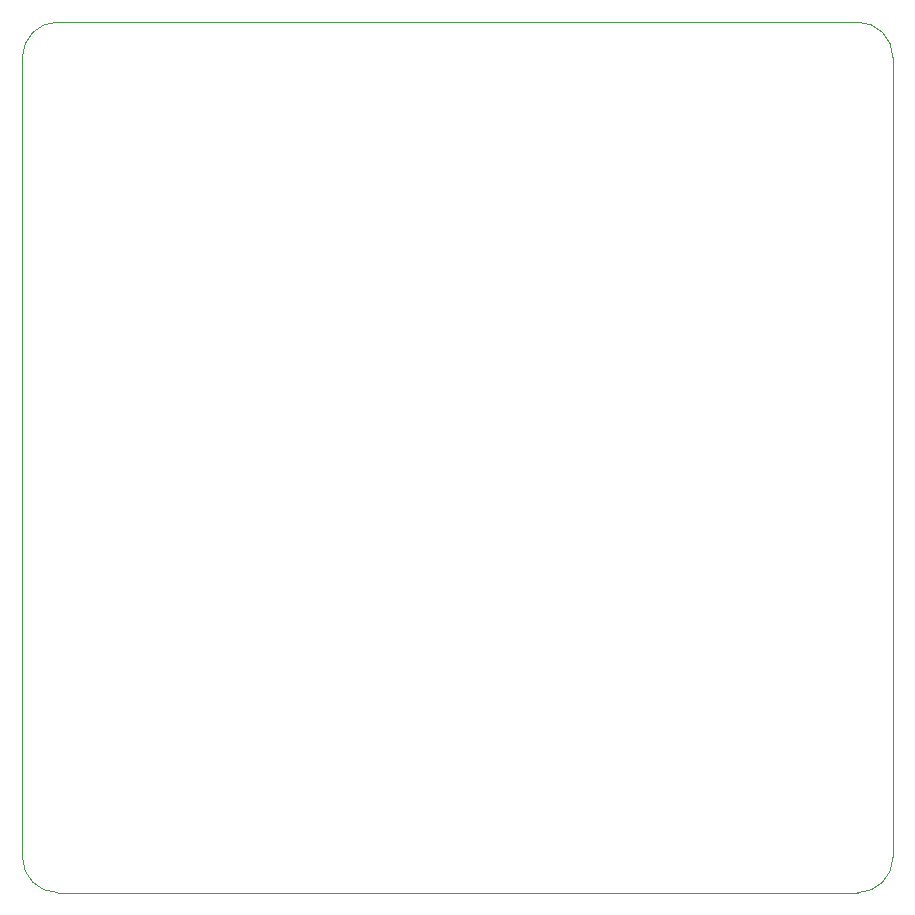
<source format=gm1>
G04 #@! TF.GenerationSoftware,KiCad,Pcbnew,(5.1.9)-1*
G04 #@! TF.CreationDate,2021-08-17T23:34:33-04:00*
G04 #@! TF.ProjectId,swadge-programmer,73776164-6765-42d7-9072-6f6772616d6d,rev?*
G04 #@! TF.SameCoordinates,Original*
G04 #@! TF.FileFunction,Profile,NP*
%FSLAX46Y46*%
G04 Gerber Fmt 4.6, Leading zero omitted, Abs format (unit mm)*
G04 Created by KiCad (PCBNEW (5.1.9)-1) date 2021-08-17 23:34:33*
%MOMM*%
%LPD*%
G01*
G04 APERTURE LIST*
G04 #@! TA.AperFunction,Profile*
%ADD10C,0.100000*%
G04 #@! TD*
G04 APERTURE END LIST*
D10*
X111538000Y-50140700D02*
G75*
G03*
X108538000Y-53140700I0J-3000000D01*
G01*
X179246600Y-123849300D02*
G75*
G03*
X182246600Y-120849300I0J3000000D01*
G01*
X108538000Y-120849300D02*
G75*
G03*
X111538000Y-123849300I3000000J0D01*
G01*
X182246600Y-53140700D02*
G75*
G03*
X179246600Y-50140700I-3000000J0D01*
G01*
X108538000Y-53140700D02*
X108538000Y-120849300D01*
X111538300Y-123849300D02*
X179246600Y-123849300D01*
X182246600Y-53140700D02*
X182246600Y-120849300D01*
X111538000Y-50140700D02*
X179246600Y-50140700D01*
M02*

</source>
